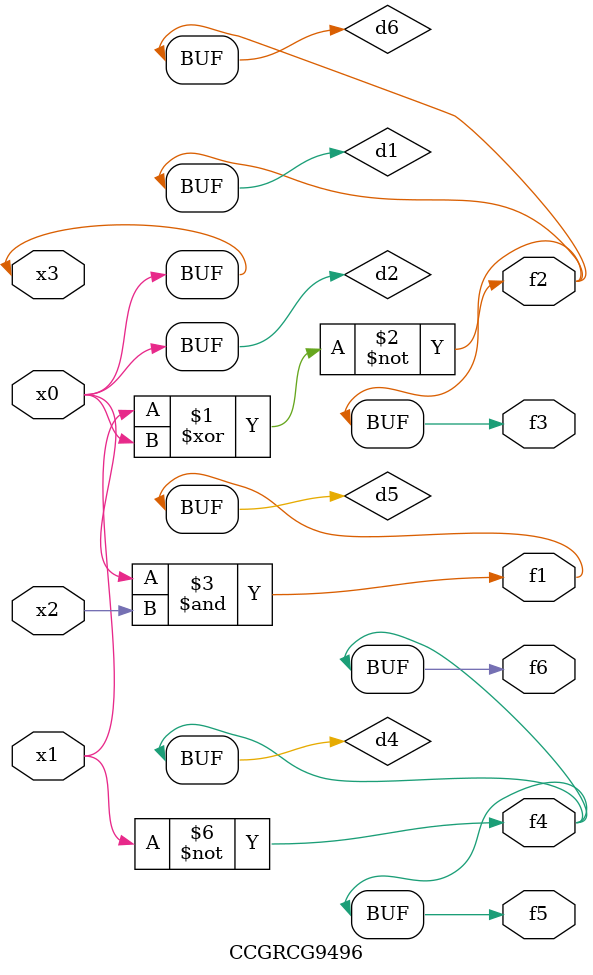
<source format=v>
module CCGRCG9496(
	input x0, x1, x2, x3,
	output f1, f2, f3, f4, f5, f6
);

	wire d1, d2, d3, d4, d5, d6;

	xnor (d1, x1, x3);
	buf (d2, x0, x3);
	nand (d3, x0, x2);
	not (d4, x1);
	nand (d5, d3);
	or (d6, d1);
	assign f1 = d5;
	assign f2 = d6;
	assign f3 = d6;
	assign f4 = d4;
	assign f5 = d4;
	assign f6 = d4;
endmodule

</source>
